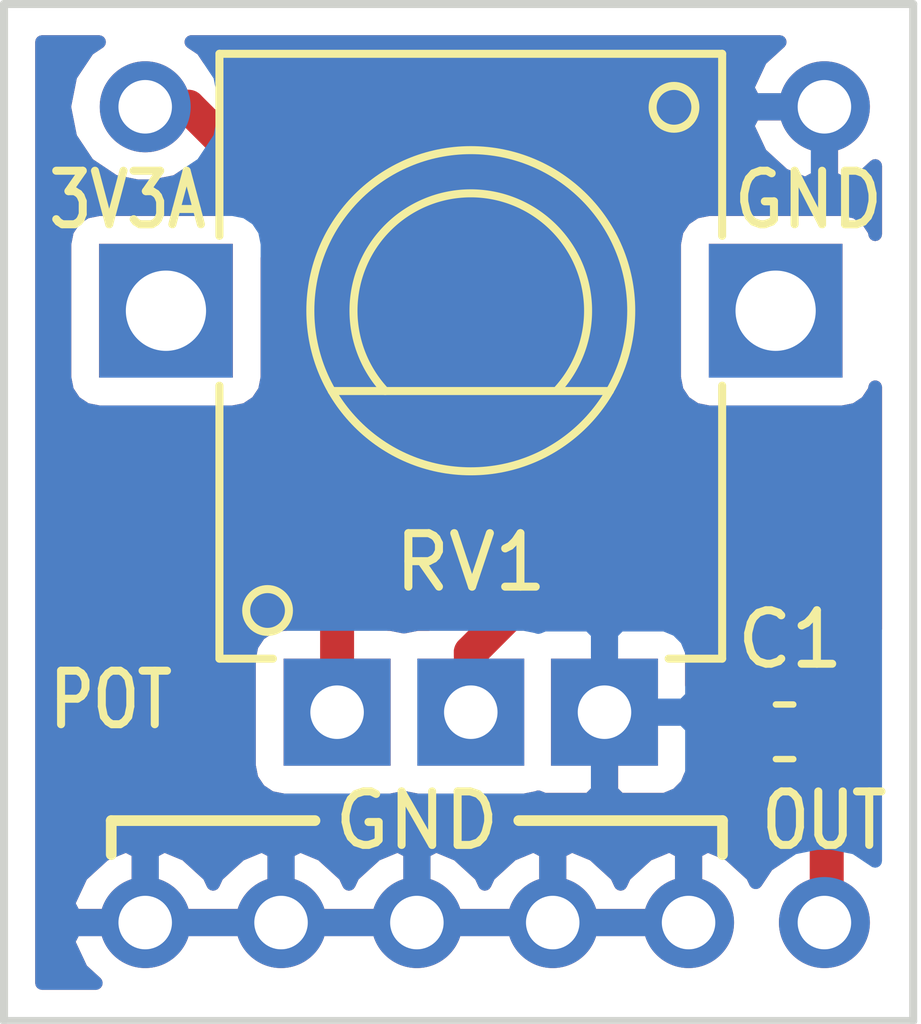
<source format=kicad_pcb>
(kicad_pcb (version 20171130) (host pcbnew "(5.0.0-3-g5ebb6b6)")

  (general
    (thickness 1.6)
    (drawings 13)
    (tracks 10)
    (zones 0)
    (modules 5)
    (nets 4)
  )

  (page A4)
  (layers
    (0 F.Cu signal)
    (31 B.Cu signal)
    (32 B.Adhes user)
    (33 F.Adhes user)
    (34 B.Paste user)
    (35 F.Paste user)
    (36 B.SilkS user)
    (37 F.SilkS user)
    (38 B.Mask user)
    (39 F.Mask user)
    (40 Dwgs.User user)
    (41 Cmts.User user)
    (42 Eco1.User user)
    (43 Eco2.User user)
    (44 Edge.Cuts user)
    (45 Margin user)
    (46 B.CrtYd user hide)
    (47 F.CrtYd user hide)
    (48 B.Fab user hide)
    (49 F.Fab user hide)
  )

  (setup
    (last_trace_width 0.635)
    (user_trace_width 0.1524)
    (user_trace_width 0.254)
    (user_trace_width 0.4064)
    (user_trace_width 0.635)
    (trace_clearance 0.1524)
    (zone_clearance 0.508)
    (zone_45_only no)
    (trace_min 0.1524)
    (segment_width 0.2)
    (edge_width 0.15)
    (via_size 0.6858)
    (via_drill 0.3048)
    (via_min_size 0.6858)
    (via_min_drill 0.3048)
    (uvia_size 0.3048)
    (uvia_drill 0.1524)
    (uvias_allowed no)
    (uvia_min_size 0.2)
    (uvia_min_drill 0.1)
    (pcb_text_width 0.3)
    (pcb_text_size 1.5 1.5)
    (mod_edge_width 0.15)
    (mod_text_size 1 1)
    (mod_text_width 0.15)
    (pad_size 1.7 1.7)
    (pad_drill 1)
    (pad_to_mask_clearance 0.2)
    (aux_axis_origin 0 0)
    (visible_elements FFFFFF7F)
    (pcbplotparams
      (layerselection 0x010fc_ffffffff)
      (usegerberextensions false)
      (usegerberattributes false)
      (usegerberadvancedattributes false)
      (creategerberjobfile false)
      (excludeedgelayer true)
      (linewidth 0.100000)
      (plotframeref false)
      (viasonmask false)
      (mode 1)
      (useauxorigin false)
      (hpglpennumber 1)
      (hpglpenspeed 20)
      (hpglpendiameter 15.000000)
      (psnegative false)
      (psa4output false)
      (plotreference true)
      (plotvalue true)
      (plotinvisibletext false)
      (padsonsilk false)
      (subtractmaskfromsilk false)
      (outputformat 1)
      (mirror false)
      (drillshape 1)
      (scaleselection 1)
      (outputdirectory ""))
  )

  (net 0 "")
  (net 1 GND)
  (net 2 +3V3)
  (net 3 OUT)

  (net_class Default "This is the default net class."
    (clearance 0.1524)
    (trace_width 0.1524)
    (via_dia 0.6858)
    (via_drill 0.3048)
    (uvia_dia 0.3048)
    (uvia_drill 0.1524)
    (diff_pair_gap 0.1524)
    (diff_pair_width 0.1524)
    (add_net +3V3)
    (add_net GND)
    (add_net OUT)
  )

  (module Connector_PinHeader_2.54mm:PinHeader_1x06_P2.54mm_Vertical (layer B.Cu) (tedit 5FCAEA6B) (tstamp 5FCAF48F)
    (at 116.34 73.16 90)
    (descr "Through hole straight pin header, 1x06, 2.54mm pitch, single row")
    (tags "Through hole pin header THT 1x06 2.54mm single row")
    (path /5FC933AD)
    (fp_text reference J1 (at 0 2.33 90) (layer B.SilkS) hide
      (effects (font (size 1 1) (thickness 0.15)) (justify mirror))
    )
    (fp_text value OUT (at 0 -15.03 90) (layer B.Fab)
      (effects (font (size 1 1) (thickness 0.15)) (justify mirror))
    )
    (fp_line (start -0.635 1.27) (end 1.27 1.27) (layer B.Fab) (width 0.1))
    (fp_line (start 1.27 1.27) (end 1.27 -13.97) (layer B.Fab) (width 0.1))
    (fp_line (start 1.27 -13.97) (end -1.27 -13.97) (layer B.Fab) (width 0.1))
    (fp_line (start -1.27 -13.97) (end -1.27 0.635) (layer B.Fab) (width 0.1))
    (fp_line (start -1.27 0.635) (end -0.635 1.27) (layer B.Fab) (width 0.1))
    (fp_line (start -1.8 1.8) (end -1.8 -14.5) (layer B.CrtYd) (width 0.05))
    (fp_line (start -1.8 -14.5) (end 1.8 -14.5) (layer B.CrtYd) (width 0.05))
    (fp_line (start 1.8 -14.5) (end 1.8 1.8) (layer B.CrtYd) (width 0.05))
    (fp_line (start 1.8 1.8) (end -1.8 1.8) (layer B.CrtYd) (width 0.05))
    (fp_text user %R (at 0 -6.35) (layer B.Fab)
      (effects (font (size 1 1) (thickness 0.15)) (justify mirror))
    )
    (pad 1 thru_hole oval (at 0 0 90) (size 1.7 1.7) (drill 1) (layers *.Cu *.Mask)
      (net 3 OUT))
    (pad 2 thru_hole oval (at 0 -2.54 90) (size 1.7 1.7) (drill 1) (layers *.Cu *.Mask)
      (net 1 GND))
    (pad 3 thru_hole oval (at 0 -5.08 90) (size 1.7 1.7) (drill 1) (layers *.Cu *.Mask)
      (net 1 GND))
    (pad 4 thru_hole oval (at 0 -7.62 90) (size 1.7 1.7) (drill 1) (layers *.Cu *.Mask)
      (net 1 GND))
    (pad 5 thru_hole oval (at 0 -10.16 90) (size 1.7 1.7) (drill 1) (layers *.Cu *.Mask)
      (net 1 GND))
    (pad 6 thru_hole oval (at 0 -12.7 90) (size 1.7 1.7) (drill 1) (layers *.Cu *.Mask)
      (net 1 GND))
    (model ${KISYS3DMOD}/Connector_PinHeader_2.54mm.3dshapes/PinHeader_1x06_P2.54mm_Vertical.wrl
      (at (xyz 0 0 0))
      (scale (xyz 1 1 1))
      (rotate (xyz 0 0 0))
    )
  )

  (module Connector_PinHeader_2.54mm:PinHeader_1x01_P2.54mm_Vertical (layer B.Cu) (tedit 5FCAE95B) (tstamp 5FCAF4A8)
    (at 116.34 57.92 90)
    (descr "Through hole straight pin header, 1x01, 2.54mm pitch, single row")
    (tags "Through hole pin header THT 1x01 2.54mm single row")
    (path /5FCA991E)
    (fp_text reference J2 (at 0 2.33 90) (layer B.SilkS) hide
      (effects (font (size 1 1) (thickness 0.15)) (justify mirror))
    )
    (fp_text value GND (at 0 -2.33 90) (layer B.Fab)
      (effects (font (size 1 1) (thickness 0.15)) (justify mirror))
    )
    (fp_line (start -0.635 1.27) (end 1.27 1.27) (layer B.Fab) (width 0.1))
    (fp_line (start 1.27 1.27) (end 1.27 -1.27) (layer B.Fab) (width 0.1))
    (fp_line (start 1.27 -1.27) (end -1.27 -1.27) (layer B.Fab) (width 0.1))
    (fp_line (start -1.27 -1.27) (end -1.27 0.635) (layer B.Fab) (width 0.1))
    (fp_line (start -1.27 0.635) (end -0.635 1.27) (layer B.Fab) (width 0.1))
    (fp_line (start -1.8 1.8) (end -1.8 -1.8) (layer B.CrtYd) (width 0.05))
    (fp_line (start -1.8 -1.8) (end 1.8 -1.8) (layer B.CrtYd) (width 0.05))
    (fp_line (start 1.8 -1.8) (end 1.8 1.8) (layer B.CrtYd) (width 0.05))
    (fp_line (start 1.8 1.8) (end -1.8 1.8) (layer B.CrtYd) (width 0.05))
    (fp_text user %R (at 0 0) (layer B.Fab)
      (effects (font (size 1 1) (thickness 0.15)) (justify mirror))
    )
    (pad 1 thru_hole oval (at 0 0 90) (size 1.7 1.7) (drill 1) (layers *.Cu *.Mask)
      (net 1 GND))
    (model ${KISYS3DMOD}/Connector_PinHeader_2.54mm.3dshapes/PinHeader_1x01_P2.54mm_Vertical.wrl
      (at (xyz 0 0 0))
      (scale (xyz 1 1 1))
      (rotate (xyz 0 0 0))
    )
  )

  (module Connector_PinHeader_2.54mm:PinHeader_1x01_P2.54mm_Vertical (layer B.Cu) (tedit 5FCAE91A) (tstamp 5FCAF4BC)
    (at 103.64 57.92 270)
    (descr "Through hole straight pin header, 1x01, 2.54mm pitch, single row")
    (tags "Through hole pin header THT 1x01 2.54mm single row")
    (path /5FCAF399)
    (fp_text reference J3 (at 0 2.33 270) (layer B.SilkS) hide
      (effects (font (size 1 1) (thickness 0.15)) (justify mirror))
    )
    (fp_text value 3V3 (at 0 -2.33 270) (layer B.Fab)
      (effects (font (size 1 1) (thickness 0.15)) (justify mirror))
    )
    (fp_text user %R (at 0 0 180) (layer B.Fab)
      (effects (font (size 1 1) (thickness 0.15)) (justify mirror))
    )
    (fp_line (start 1.8 1.8) (end -1.8 1.8) (layer B.CrtYd) (width 0.05))
    (fp_line (start 1.8 -1.8) (end 1.8 1.8) (layer B.CrtYd) (width 0.05))
    (fp_line (start -1.8 -1.8) (end 1.8 -1.8) (layer B.CrtYd) (width 0.05))
    (fp_line (start -1.8 1.8) (end -1.8 -1.8) (layer B.CrtYd) (width 0.05))
    (fp_line (start -1.27 0.635) (end -0.635 1.27) (layer B.Fab) (width 0.1))
    (fp_line (start -1.27 -1.27) (end -1.27 0.635) (layer B.Fab) (width 0.1))
    (fp_line (start 1.27 1.27) (end 1.27 -1.27) (layer B.Fab) (width 0.1))
    (fp_line (start -0.635 1.27) (end 1.27 1.27) (layer B.Fab) (width 0.1))
    (pad 1 thru_hole oval (at 0 0 270) (size 1.7 1.7) (drill 1) (layers *.Cu *.Mask)
      (net 2 +3V3))
    (model ${KISYS3DMOD}/Connector_PinHeader_2.54mm.3dshapes/PinHeader_1x01_P2.54mm_Vertical.wrl
      (at (xyz 0 0 0))
      (scale (xyz 1 1 1))
      (rotate (xyz 0 0 0))
    )
  )

  (module Capacitor_SMD:C_0603_1608Metric (layer F.Cu) (tedit 5B301BBE) (tstamp 5FCB0D8A)
    (at 115.5955 69.596)
    (descr "Capacitor SMD 0603 (1608 Metric), square (rectangular) end terminal, IPC_7351 nominal, (Body size source: http://www.tortai-tech.com/upload/download/2011102023233369053.pdf), generated with kicad-footprint-generator")
    (tags capacitor)
    (path /5FCAEBB0)
    (attr smd)
    (fp_text reference C1 (at 0.1045 -1.726 180) (layer F.SilkS)
      (effects (font (size 1 1) (thickness 0.15)))
    )
    (fp_text value 100n (at 0 1.43) (layer F.Fab)
      (effects (font (size 1 1) (thickness 0.15)))
    )
    (fp_line (start -0.8 0.4) (end -0.8 -0.4) (layer F.Fab) (width 0.1))
    (fp_line (start -0.8 -0.4) (end 0.8 -0.4) (layer F.Fab) (width 0.1))
    (fp_line (start 0.8 -0.4) (end 0.8 0.4) (layer F.Fab) (width 0.1))
    (fp_line (start 0.8 0.4) (end -0.8 0.4) (layer F.Fab) (width 0.1))
    (fp_line (start -0.162779 -0.51) (end 0.162779 -0.51) (layer F.SilkS) (width 0.12))
    (fp_line (start -0.162779 0.51) (end 0.162779 0.51) (layer F.SilkS) (width 0.12))
    (fp_line (start -1.48 0.73) (end -1.48 -0.73) (layer F.CrtYd) (width 0.05))
    (fp_line (start -1.48 -0.73) (end 1.48 -0.73) (layer F.CrtYd) (width 0.05))
    (fp_line (start 1.48 -0.73) (end 1.48 0.73) (layer F.CrtYd) (width 0.05))
    (fp_line (start 1.48 0.73) (end -1.48 0.73) (layer F.CrtYd) (width 0.05))
    (fp_text user %R (at 0 0) (layer F.Fab)
      (effects (font (size 0.4 0.4) (thickness 0.06)))
    )
    (pad 1 smd roundrect (at -0.7875 0) (size 0.875 0.95) (layers F.Cu F.Paste F.Mask) (roundrect_rratio 0.25)
      (net 1 GND))
    (pad 2 smd roundrect (at 0.7875 0) (size 0.875 0.95) (layers F.Cu F.Paste F.Mask) (roundrect_rratio 0.25)
      (net 3 OUT))
    (model ${KISYS3DMOD}/Capacitor_SMD.3dshapes/C_0603_1608Metric.wrl
      (at (xyz 0 0 0))
      (scale (xyz 1 1 1))
      (rotate (xyz 0 0 0))
    )
  )

  (module Potentiometer_Thonk:AlphaPot9ShaftD (layer F.Cu) (tedit 5AD9EDBF) (tstamp 5FCAF764)
    (at 109.728 61.73)
    (path /5FCAE65B)
    (fp_text reference RV1 (at 0 4.7) (layer F.SilkS)
      (effects (font (size 1 1) (thickness 0.15)))
    )
    (fp_text value 100k (at 0 10.1) (layer F.Fab)
      (effects (font (size 1 1) (thickness 0.15)))
    )
    (fp_circle (center -3.8 5.6) (end -4.2 5.6) (layer F.SilkS) (width 0.15))
    (fp_circle (center 3.8 -3.8) (end 4.2 -3.8) (layer F.SilkS) (width 0.15))
    (fp_arc (start 0 0) (end -1.6 1.5) (angle 265) (layer F.SilkS) (width 0.15))
    (fp_line (start -2.6 1.5) (end 2.6 1.5) (layer F.SilkS) (width 0.15))
    (fp_circle (center 0 0) (end 3 0) (layer F.SilkS) (width 0.15))
    (fp_line (start 3.7 6.5) (end 4.7 6.5) (layer F.SilkS) (width 0.15))
    (fp_line (start 4.7 1.4) (end 4.7 6.5) (layer F.SilkS) (width 0.15))
    (fp_line (start -4.7 1.4) (end -4.7 6.5) (layer F.SilkS) (width 0.15))
    (fp_line (start -4.7 6.5) (end -3.7 6.5) (layer F.SilkS) (width 0.15))
    (fp_line (start -4.7 -4.8) (end -4.7 -1.4) (layer F.SilkS) (width 0.15))
    (fp_line (start 4.7 -4.8) (end 4.7 -1.4) (layer F.SilkS) (width 0.15))
    (fp_line (start -4.7 -4.8) (end 4.7 -4.8) (layer F.SilkS) (width 0.15))
    (pad "" thru_hole rect (at 5.7 0) (size 2.5 2.5) (drill 1.5) (layers *.Cu *.Mask))
    (pad 3 thru_hole rect (at 2.5 7.5) (size 2 2) (drill 1) (layers *.Cu *.Mask)
      (net 1 GND))
    (pad 2 thru_hole rect (at 0 7.5) (size 2 2) (drill 1) (layers *.Cu *.Mask)
      (net 3 OUT))
    (pad 1 thru_hole rect (at -2.5 7.5) (size 2 2) (drill 1) (layers *.Cu *.Mask)
      (net 2 +3V3))
    (pad "" thru_hole rect (at -5.7 0) (size 2.5 2.5) (drill 1.5) (layers *.Cu *.Mask))
  )

  (gr_text GND (at 116.04 59.66) (layer F.SilkS) (tstamp 5FCAF8E4)
    (effects (font (size 1 0.9) (thickness 0.15)))
  )
  (gr_text POT (at 103 69) (layer F.SilkS) (tstamp 5FC9695F)
    (effects (font (size 1 0.8) (thickness 0.15)))
  )
  (gr_line (start 101 56) (end 101 75) (layer Edge.Cuts) (width 0.15))
  (gr_line (start 118 56) (end 101 56) (layer Edge.Cuts) (width 0.15))
  (gr_line (start 118 75) (end 118 56) (layer Edge.Cuts) (width 0.15))
  (gr_line (start 101 75) (end 118 75) (layer Edge.Cuts) (width 0.15))
  (gr_text OUT (at 116.34 71.255) (layer F.SilkS) (tstamp 5FCA3192)
    (effects (font (size 1 0.8) (thickness 0.15)))
  )
  (gr_line (start 114.435 71.255) (end 114.435 71.89) (layer F.SilkS) (width 0.2))
  (gr_line (start 110.625 71.255) (end 114.435 71.255) (layer F.SilkS) (width 0.2))
  (gr_line (start 103.005 71.255) (end 106.815 71.255) (layer F.SilkS) (width 0.2))
  (gr_line (start 103.005 71.89) (end 103.005 71.255) (layer F.SilkS) (width 0.2))
  (gr_text GND (at 108.72 71.255) (layer F.SilkS) (tstamp 5FCA3176)
    (effects (font (size 1 1) (thickness 0.15)))
  )
  (gr_text 3V3A (at 103.31 59.66) (layer F.SilkS) (tstamp 5FCAFDD6)
    (effects (font (size 1 0.8) (thickness 0.15)))
  )

  (segment (start 107.228 60.698) (end 107.228 69.23) (width 0.635) (layer F.Cu) (net 2))
  (segment (start 104.45 57.92) (end 107.228 60.698) (width 0.635) (layer F.Cu) (net 2))
  (segment (start 103.64 57.92) (end 104.45 57.92) (width 0.635) (layer F.Cu) (net 2))
  (segment (start 116.383 73.117) (end 116.34 73.16) (width 0.635) (layer F.Cu) (net 3))
  (segment (start 116.383 69.596) (end 116.383 73.117) (width 0.635) (layer F.Cu) (net 3))
  (segment (start 115.51 67.13) (end 116.383 68.003) (width 0.635) (layer F.Cu) (net 3))
  (segment (start 109.728 68.112) (end 110.71 67.13) (width 0.635) (layer F.Cu) (net 3))
  (segment (start 116.383 68.003) (end 116.383 69.596) (width 0.635) (layer F.Cu) (net 3))
  (segment (start 110.71 67.13) (end 115.51 67.13) (width 0.635) (layer F.Cu) (net 3))
  (segment (start 109.728 69.23) (end 109.728 68.112) (width 0.635) (layer F.Cu) (net 3))

  (zone (net 1) (net_name GND) (layer F.Cu) (tstamp 5FD60F92) (hatch edge 0.508)
    (connect_pads (clearance 0.508))
    (min_thickness 0.254)
    (fill yes (arc_segments 16) (thermal_gap 0.508) (thermal_bridge_width 0.508))
    (polygon
      (pts
        (xy 101 56) (xy 118 56) (xy 118 75) (xy 101 75)
      )
    )
    (filled_polygon
      (pts
        (xy 102.569375 56.849375) (xy 102.241161 57.340582) (xy 102.125908 57.92) (xy 102.241161 58.499418) (xy 102.569375 58.990625)
        (xy 103.060582 59.318839) (xy 103.493744 59.405) (xy 103.786256 59.405) (xy 104.219418 59.318839) (xy 104.388695 59.205732)
        (xy 105.015523 59.83256) (xy 102.778 59.83256) (xy 102.530235 59.881843) (xy 102.320191 60.022191) (xy 102.179843 60.232235)
        (xy 102.13056 60.48) (xy 102.13056 62.98) (xy 102.179843 63.227765) (xy 102.320191 63.437809) (xy 102.530235 63.578157)
        (xy 102.778 63.62744) (xy 105.278 63.62744) (xy 105.525765 63.578157) (xy 105.735809 63.437809) (xy 105.876157 63.227765)
        (xy 105.92544 62.98) (xy 105.92544 60.742478) (xy 106.2755 61.092538) (xy 106.275501 67.58256) (xy 106.228 67.58256)
        (xy 105.980235 67.631843) (xy 105.770191 67.772191) (xy 105.629843 67.982235) (xy 105.58056 68.23) (xy 105.58056 70.23)
        (xy 105.629843 70.477765) (xy 105.770191 70.687809) (xy 105.980235 70.828157) (xy 106.228 70.87744) (xy 108.228 70.87744)
        (xy 108.475765 70.828157) (xy 108.478 70.826664) (xy 108.480235 70.828157) (xy 108.728 70.87744) (xy 110.728 70.87744)
        (xy 110.975765 70.828157) (xy 110.989916 70.818701) (xy 111.101691 70.865) (xy 111.94225 70.865) (xy 112.101 70.70625)
        (xy 112.101 69.357) (xy 112.081 69.357) (xy 112.081 69.103) (xy 112.101 69.103) (xy 112.101 69.083)
        (xy 112.355 69.083) (xy 112.355 69.103) (xy 112.375 69.103) (xy 112.375 69.357) (xy 112.355 69.357)
        (xy 112.355 70.70625) (xy 112.51375 70.865) (xy 113.354309 70.865) (xy 113.587698 70.768327) (xy 113.766327 70.589699)
        (xy 113.832183 70.430709) (xy 114.010802 70.609327) (xy 114.244191 70.706) (xy 114.52225 70.706) (xy 114.681 70.54725)
        (xy 114.681 69.723) (xy 114.661 69.723) (xy 114.661 69.469) (xy 114.681 69.469) (xy 114.681 68.64475)
        (xy 114.52225 68.486) (xy 114.244191 68.486) (xy 114.010802 68.582673) (xy 113.863 68.730474) (xy 113.863 68.10369)
        (xy 113.854223 68.0825) (xy 115.115463 68.0825) (xy 115.4305 68.397538) (xy 115.4305 68.510311) (xy 115.371809 68.486)
        (xy 115.09375 68.486) (xy 114.935 68.64475) (xy 114.935 69.469) (xy 114.955 69.469) (xy 114.955 69.723)
        (xy 114.935 69.723) (xy 114.935 70.54725) (xy 115.09375 70.706) (xy 115.371809 70.706) (xy 115.4305 70.681689)
        (xy 115.430501 71.981714) (xy 115.269375 72.089375) (xy 115.056157 72.408478) (xy 114.995183 72.278642) (xy 114.566924 71.888355)
        (xy 114.15689 71.718524) (xy 113.927 71.839845) (xy 113.927 73.033) (xy 113.947 73.033) (xy 113.947 73.287)
        (xy 113.927 73.287) (xy 113.927 73.307) (xy 113.673 73.307) (xy 113.673 73.287) (xy 111.387 73.287)
        (xy 111.387 73.307) (xy 111.133 73.307) (xy 111.133 73.287) (xy 108.847 73.287) (xy 108.847 73.307)
        (xy 108.593 73.307) (xy 108.593 73.287) (xy 106.307 73.287) (xy 106.307 73.307) (xy 106.053 73.307)
        (xy 106.053 73.287) (xy 103.767 73.287) (xy 103.767 73.307) (xy 103.513 73.307) (xy 103.513 73.287)
        (xy 102.319181 73.287) (xy 102.198514 73.516892) (xy 102.444817 74.041358) (xy 102.71765 74.29) (xy 101.71 74.29)
        (xy 101.71 72.803108) (xy 102.198514 72.803108) (xy 102.319181 73.033) (xy 103.513 73.033) (xy 103.513 71.839845)
        (xy 103.767 71.839845) (xy 103.767 73.033) (xy 106.053 73.033) (xy 106.053 71.839845) (xy 106.307 71.839845)
        (xy 106.307 73.033) (xy 108.593 73.033) (xy 108.593 71.839845) (xy 108.847 71.839845) (xy 108.847 73.033)
        (xy 111.133 73.033) (xy 111.133 71.839845) (xy 111.387 71.839845) (xy 111.387 73.033) (xy 113.673 73.033)
        (xy 113.673 71.839845) (xy 113.44311 71.718524) (xy 113.033076 71.888355) (xy 112.604817 72.278642) (xy 112.53 72.437954)
        (xy 112.455183 72.278642) (xy 112.026924 71.888355) (xy 111.61689 71.718524) (xy 111.387 71.839845) (xy 111.133 71.839845)
        (xy 110.90311 71.718524) (xy 110.493076 71.888355) (xy 110.064817 72.278642) (xy 109.99 72.437954) (xy 109.915183 72.278642)
        (xy 109.486924 71.888355) (xy 109.07689 71.718524) (xy 108.847 71.839845) (xy 108.593 71.839845) (xy 108.36311 71.718524)
        (xy 107.953076 71.888355) (xy 107.524817 72.278642) (xy 107.45 72.437954) (xy 107.375183 72.278642) (xy 106.946924 71.888355)
        (xy 106.53689 71.718524) (xy 106.307 71.839845) (xy 106.053 71.839845) (xy 105.82311 71.718524) (xy 105.413076 71.888355)
        (xy 104.984817 72.278642) (xy 104.91 72.437954) (xy 104.835183 72.278642) (xy 104.406924 71.888355) (xy 103.99689 71.718524)
        (xy 103.767 71.839845) (xy 103.513 71.839845) (xy 103.28311 71.718524) (xy 102.873076 71.888355) (xy 102.444817 72.278642)
        (xy 102.198514 72.803108) (xy 101.71 72.803108) (xy 101.71 56.71) (xy 102.777964 56.71)
      )
    )
    (filled_polygon
      (pts
        (xy 115.144817 57.038642) (xy 114.898514 57.563108) (xy 115.019181 57.793) (xy 116.213 57.793) (xy 116.213 57.773)
        (xy 116.467 57.773) (xy 116.467 57.793) (xy 116.487 57.793) (xy 116.487 58.047) (xy 116.467 58.047)
        (xy 116.467 59.240155) (xy 116.69689 59.361476) (xy 117.106924 59.191645) (xy 117.290001 59.024801) (xy 117.290001 60.301833)
        (xy 117.276157 60.232235) (xy 117.135809 60.022191) (xy 116.925765 59.881843) (xy 116.678 59.83256) (xy 114.178 59.83256)
        (xy 113.930235 59.881843) (xy 113.720191 60.022191) (xy 113.579843 60.232235) (xy 113.53056 60.48) (xy 113.53056 62.98)
        (xy 113.579843 63.227765) (xy 113.720191 63.437809) (xy 113.930235 63.578157) (xy 114.178 63.62744) (xy 116.678 63.62744)
        (xy 116.925765 63.578157) (xy 117.135809 63.437809) (xy 117.276157 63.227765) (xy 117.290001 63.158168) (xy 117.29 67.680447)
        (xy 117.280235 67.631353) (xy 117.069714 67.316286) (xy 116.990183 67.263146) (xy 116.249856 66.522819) (xy 116.196714 66.443286)
        (xy 115.881647 66.232765) (xy 115.60381 66.1775) (xy 115.51 66.15884) (xy 115.41619 66.1775) (xy 110.80381 66.1775)
        (xy 110.71 66.15884) (xy 110.61619 66.1775) (xy 110.338353 66.232765) (xy 110.023286 66.443286) (xy 109.970147 66.522814)
        (xy 109.120817 67.372146) (xy 109.041287 67.425286) (xy 108.9362 67.58256) (xy 108.728 67.58256) (xy 108.480235 67.631843)
        (xy 108.478 67.633336) (xy 108.475765 67.631843) (xy 108.228 67.58256) (xy 108.1805 67.58256) (xy 108.1805 60.791808)
        (xy 108.19916 60.697999) (xy 108.155797 60.48) (xy 108.125235 60.326353) (xy 107.914714 60.011286) (xy 107.835184 59.958146)
        (xy 106.15393 58.276892) (xy 114.898514 58.276892) (xy 115.144817 58.801358) (xy 115.573076 59.191645) (xy 115.98311 59.361476)
        (xy 116.213 59.240155) (xy 116.213 58.047) (xy 115.019181 58.047) (xy 114.898514 58.276892) (xy 106.15393 58.276892)
        (xy 105.189857 57.31282) (xy 105.136714 57.233286) (xy 104.830379 57.0286) (xy 104.710625 56.849375) (xy 104.502036 56.71)
        (xy 115.505433 56.71)
      )
    )
  )
  (zone (net 1) (net_name GND) (layer B.Cu) (tstamp 5FD60F8F) (hatch edge 0.508)
    (connect_pads (clearance 0.508))
    (min_thickness 0.254)
    (fill yes (arc_segments 16) (thermal_gap 0.508) (thermal_bridge_width 0.508))
    (polygon
      (pts
        (xy 101 56) (xy 118 56) (xy 118 75) (xy 101 75)
      )
    )
    (filled_polygon
      (pts
        (xy 102.569375 56.849375) (xy 102.241161 57.340582) (xy 102.125908 57.92) (xy 102.241161 58.499418) (xy 102.569375 58.990625)
        (xy 103.060582 59.318839) (xy 103.493744 59.405) (xy 103.786256 59.405) (xy 104.219418 59.318839) (xy 104.710625 58.990625)
        (xy 105.038839 58.499418) (xy 105.083102 58.276892) (xy 114.898514 58.276892) (xy 115.144817 58.801358) (xy 115.573076 59.191645)
        (xy 115.98311 59.361476) (xy 116.213 59.240155) (xy 116.213 58.047) (xy 115.019181 58.047) (xy 114.898514 58.276892)
        (xy 105.083102 58.276892) (xy 105.154092 57.92) (xy 105.038839 57.340582) (xy 104.710625 56.849375) (xy 104.502036 56.71)
        (xy 115.505433 56.71) (xy 115.144817 57.038642) (xy 114.898514 57.563108) (xy 115.019181 57.793) (xy 116.213 57.793)
        (xy 116.213 57.773) (xy 116.467 57.773) (xy 116.467 57.793) (xy 116.487 57.793) (xy 116.487 58.047)
        (xy 116.467 58.047) (xy 116.467 59.240155) (xy 116.69689 59.361476) (xy 117.106924 59.191645) (xy 117.290001 59.024801)
        (xy 117.290001 60.301833) (xy 117.276157 60.232235) (xy 117.135809 60.022191) (xy 116.925765 59.881843) (xy 116.678 59.83256)
        (xy 114.178 59.83256) (xy 113.930235 59.881843) (xy 113.720191 60.022191) (xy 113.579843 60.232235) (xy 113.53056 60.48)
        (xy 113.53056 62.98) (xy 113.579843 63.227765) (xy 113.720191 63.437809) (xy 113.930235 63.578157) (xy 114.178 63.62744)
        (xy 116.678 63.62744) (xy 116.925765 63.578157) (xy 117.135809 63.437809) (xy 117.276157 63.227765) (xy 117.290001 63.158168)
        (xy 117.29 72.008776) (xy 116.919418 71.761161) (xy 116.486256 71.675) (xy 116.193744 71.675) (xy 115.760582 71.761161)
        (xy 115.269375 72.089375) (xy 115.056157 72.408478) (xy 114.995183 72.278642) (xy 114.566924 71.888355) (xy 114.15689 71.718524)
        (xy 113.927 71.839845) (xy 113.927 73.033) (xy 113.947 73.033) (xy 113.947 73.287) (xy 113.927 73.287)
        (xy 113.927 73.307) (xy 113.673 73.307) (xy 113.673 73.287) (xy 111.387 73.287) (xy 111.387 73.307)
        (xy 111.133 73.307) (xy 111.133 73.287) (xy 108.847 73.287) (xy 108.847 73.307) (xy 108.593 73.307)
        (xy 108.593 73.287) (xy 106.307 73.287) (xy 106.307 73.307) (xy 106.053 73.307) (xy 106.053 73.287)
        (xy 103.767 73.287) (xy 103.767 73.307) (xy 103.513 73.307) (xy 103.513 73.287) (xy 102.319181 73.287)
        (xy 102.198514 73.516892) (xy 102.444817 74.041358) (xy 102.71765 74.29) (xy 101.71 74.29) (xy 101.71 72.803108)
        (xy 102.198514 72.803108) (xy 102.319181 73.033) (xy 103.513 73.033) (xy 103.513 71.839845) (xy 103.767 71.839845)
        (xy 103.767 73.033) (xy 106.053 73.033) (xy 106.053 71.839845) (xy 106.307 71.839845) (xy 106.307 73.033)
        (xy 108.593 73.033) (xy 108.593 71.839845) (xy 108.847 71.839845) (xy 108.847 73.033) (xy 111.133 73.033)
        (xy 111.133 71.839845) (xy 111.387 71.839845) (xy 111.387 73.033) (xy 113.673 73.033) (xy 113.673 71.839845)
        (xy 113.44311 71.718524) (xy 113.033076 71.888355) (xy 112.604817 72.278642) (xy 112.53 72.437954) (xy 112.455183 72.278642)
        (xy 112.026924 71.888355) (xy 111.61689 71.718524) (xy 111.387 71.839845) (xy 111.133 71.839845) (xy 110.90311 71.718524)
        (xy 110.493076 71.888355) (xy 110.064817 72.278642) (xy 109.99 72.437954) (xy 109.915183 72.278642) (xy 109.486924 71.888355)
        (xy 109.07689 71.718524) (xy 108.847 71.839845) (xy 108.593 71.839845) (xy 108.36311 71.718524) (xy 107.953076 71.888355)
        (xy 107.524817 72.278642) (xy 107.45 72.437954) (xy 107.375183 72.278642) (xy 106.946924 71.888355) (xy 106.53689 71.718524)
        (xy 106.307 71.839845) (xy 106.053 71.839845) (xy 105.82311 71.718524) (xy 105.413076 71.888355) (xy 104.984817 72.278642)
        (xy 104.91 72.437954) (xy 104.835183 72.278642) (xy 104.406924 71.888355) (xy 103.99689 71.718524) (xy 103.767 71.839845)
        (xy 103.513 71.839845) (xy 103.28311 71.718524) (xy 102.873076 71.888355) (xy 102.444817 72.278642) (xy 102.198514 72.803108)
        (xy 101.71 72.803108) (xy 101.71 68.23) (xy 105.58056 68.23) (xy 105.58056 70.23) (xy 105.629843 70.477765)
        (xy 105.770191 70.687809) (xy 105.980235 70.828157) (xy 106.228 70.87744) (xy 108.228 70.87744) (xy 108.475765 70.828157)
        (xy 108.478 70.826664) (xy 108.480235 70.828157) (xy 108.728 70.87744) (xy 110.728 70.87744) (xy 110.975765 70.828157)
        (xy 110.989916 70.818701) (xy 111.101691 70.865) (xy 111.94225 70.865) (xy 112.101 70.70625) (xy 112.101 69.357)
        (xy 112.355 69.357) (xy 112.355 70.70625) (xy 112.51375 70.865) (xy 113.354309 70.865) (xy 113.587698 70.768327)
        (xy 113.766327 70.589699) (xy 113.863 70.35631) (xy 113.863 69.51575) (xy 113.70425 69.357) (xy 112.355 69.357)
        (xy 112.101 69.357) (xy 112.081 69.357) (xy 112.081 69.103) (xy 112.101 69.103) (xy 112.101 67.75375)
        (xy 112.355 67.75375) (xy 112.355 69.103) (xy 113.70425 69.103) (xy 113.863 68.94425) (xy 113.863 68.10369)
        (xy 113.766327 67.870301) (xy 113.587698 67.691673) (xy 113.354309 67.595) (xy 112.51375 67.595) (xy 112.355 67.75375)
        (xy 112.101 67.75375) (xy 111.94225 67.595) (xy 111.101691 67.595) (xy 110.989916 67.641299) (xy 110.975765 67.631843)
        (xy 110.728 67.58256) (xy 108.728 67.58256) (xy 108.480235 67.631843) (xy 108.478 67.633336) (xy 108.475765 67.631843)
        (xy 108.228 67.58256) (xy 106.228 67.58256) (xy 105.980235 67.631843) (xy 105.770191 67.772191) (xy 105.629843 67.982235)
        (xy 105.58056 68.23) (xy 101.71 68.23) (xy 101.71 60.48) (xy 102.13056 60.48) (xy 102.13056 62.98)
        (xy 102.179843 63.227765) (xy 102.320191 63.437809) (xy 102.530235 63.578157) (xy 102.778 63.62744) (xy 105.278 63.62744)
        (xy 105.525765 63.578157) (xy 105.735809 63.437809) (xy 105.876157 63.227765) (xy 105.92544 62.98) (xy 105.92544 60.48)
        (xy 105.876157 60.232235) (xy 105.735809 60.022191) (xy 105.525765 59.881843) (xy 105.278 59.83256) (xy 102.778 59.83256)
        (xy 102.530235 59.881843) (xy 102.320191 60.022191) (xy 102.179843 60.232235) (xy 102.13056 60.48) (xy 101.71 60.48)
        (xy 101.71 56.71) (xy 102.777964 56.71)
      )
    )
  )
)

</source>
